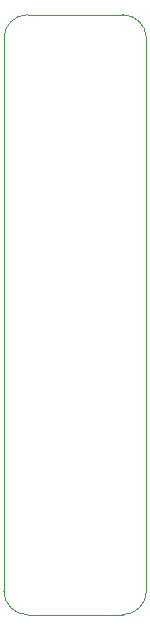
<source format=gbr>
%TF.GenerationSoftware,KiCad,Pcbnew,9.0.3*%
%TF.CreationDate,2025-07-17T12:17:47-07:00*%
%TF.ProjectId,LES Keychain,4c455320-4b65-4796-9368-61696e2e6b69,rev?*%
%TF.SameCoordinates,Original*%
%TF.FileFunction,Profile,NP*%
%FSLAX46Y46*%
G04 Gerber Fmt 4.6, Leading zero omitted, Abs format (unit mm)*
G04 Created by KiCad (PCBNEW 9.0.3) date 2025-07-17 12:17:47*
%MOMM*%
%LPD*%
G01*
G04 APERTURE LIST*
%TA.AperFunction,Profile*%
%ADD10C,0.050000*%
%TD*%
G04 APERTURE END LIST*
D10*
X131435000Y-131900000D02*
G75*
G02*
X129435000Y-129900000I0J2000000D01*
G01*
X129435000Y-83100000D02*
G75*
G02*
X131435000Y-81100000I2000000J0D01*
G01*
X141500000Y-129900000D02*
G75*
G02*
X139500000Y-131900000I-2000000J0D01*
G01*
X139500000Y-81100000D02*
G75*
G02*
X141500000Y-83100000I0J-2000000D01*
G01*
X129435000Y-129900000D02*
X129435000Y-83100000D01*
X139500000Y-131900000D02*
X131435000Y-131900000D01*
X131435000Y-81100000D02*
X139500000Y-81100000D01*
X141500000Y-83100000D02*
X141500000Y-129900000D01*
M02*

</source>
